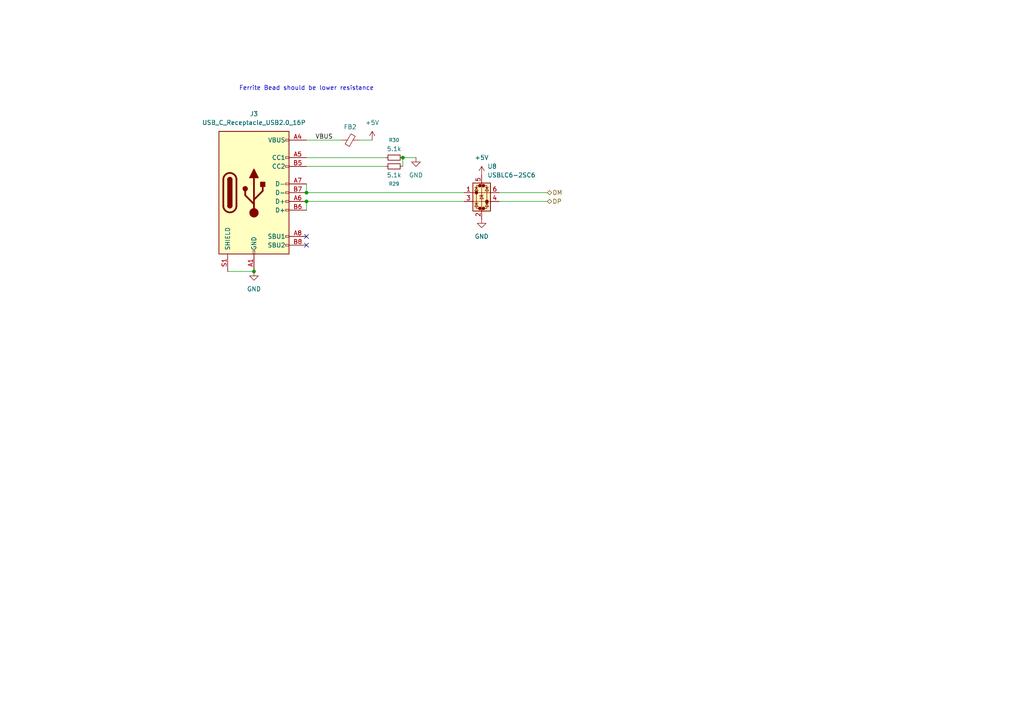
<source format=kicad_sch>
(kicad_sch
	(version 20250114)
	(generator "eeschema")
	(generator_version "9.0")
	(uuid "15f62a7c-a32c-469f-ada0-b40e49d4257c")
	(paper "A4")
	(title_block
		(title "12V-2x6 Current Monitor")
		(date "2025-08-12")
		(rev "1")
		(company "eggsampler")
	)
	(lib_symbols
		(symbol "Connector:USB_C_Receptacle_USB2.0_16P"
			(pin_names
				(offset 1.016)
			)
			(exclude_from_sim no)
			(in_bom yes)
			(on_board yes)
			(property "Reference" "J"
				(at 0 22.225 0)
				(effects
					(font
						(size 1.27 1.27)
					)
				)
			)
			(property "Value" "USB_C_Receptacle_USB2.0_16P"
				(at 0 19.685 0)
				(effects
					(font
						(size 1.27 1.27)
					)
				)
			)
			(property "Footprint" ""
				(at 3.81 0 0)
				(effects
					(font
						(size 1.27 1.27)
					)
					(hide yes)
				)
			)
			(property "Datasheet" "https://www.usb.org/sites/default/files/documents/usb_type-c.zip"
				(at 3.81 0 0)
				(effects
					(font
						(size 1.27 1.27)
					)
					(hide yes)
				)
			)
			(property "Description" "USB 2.0-only 16P Type-C Receptacle connector"
				(at 0 0 0)
				(effects
					(font
						(size 1.27 1.27)
					)
					(hide yes)
				)
			)
			(property "ki_keywords" "usb universal serial bus type-C USB2.0"
				(at 0 0 0)
				(effects
					(font
						(size 1.27 1.27)
					)
					(hide yes)
				)
			)
			(property "ki_fp_filters" "USB*C*Receptacle*"
				(at 0 0 0)
				(effects
					(font
						(size 1.27 1.27)
					)
					(hide yes)
				)
			)
			(symbol "USB_C_Receptacle_USB2.0_16P_0_0"
				(rectangle
					(start -0.254 -17.78)
					(end 0.254 -16.764)
					(stroke
						(width 0)
						(type default)
					)
					(fill
						(type none)
					)
				)
				(rectangle
					(start 10.16 15.494)
					(end 9.144 14.986)
					(stroke
						(width 0)
						(type default)
					)
					(fill
						(type none)
					)
				)
				(rectangle
					(start 10.16 10.414)
					(end 9.144 9.906)
					(stroke
						(width 0)
						(type default)
					)
					(fill
						(type none)
					)
				)
				(rectangle
					(start 10.16 7.874)
					(end 9.144 7.366)
					(stroke
						(width 0)
						(type default)
					)
					(fill
						(type none)
					)
				)
				(rectangle
					(start 10.16 2.794)
					(end 9.144 2.286)
					(stroke
						(width 0)
						(type default)
					)
					(fill
						(type none)
					)
				)
				(rectangle
					(start 10.16 0.254)
					(end 9.144 -0.254)
					(stroke
						(width 0)
						(type default)
					)
					(fill
						(type none)
					)
				)
				(rectangle
					(start 10.16 -2.286)
					(end 9.144 -2.794)
					(stroke
						(width 0)
						(type default)
					)
					(fill
						(type none)
					)
				)
				(rectangle
					(start 10.16 -4.826)
					(end 9.144 -5.334)
					(stroke
						(width 0)
						(type default)
					)
					(fill
						(type none)
					)
				)
				(rectangle
					(start 10.16 -12.446)
					(end 9.144 -12.954)
					(stroke
						(width 0)
						(type default)
					)
					(fill
						(type none)
					)
				)
				(rectangle
					(start 10.16 -14.986)
					(end 9.144 -15.494)
					(stroke
						(width 0)
						(type default)
					)
					(fill
						(type none)
					)
				)
			)
			(symbol "USB_C_Receptacle_USB2.0_16P_0_1"
				(rectangle
					(start -10.16 17.78)
					(end 10.16 -17.78)
					(stroke
						(width 0.254)
						(type default)
					)
					(fill
						(type background)
					)
				)
				(polyline
					(pts
						(xy -8.89 -3.81) (xy -8.89 3.81)
					)
					(stroke
						(width 0.508)
						(type default)
					)
					(fill
						(type none)
					)
				)
				(rectangle
					(start -7.62 -3.81)
					(end -6.35 3.81)
					(stroke
						(width 0.254)
						(type default)
					)
					(fill
						(type outline)
					)
				)
				(arc
					(start -7.62 3.81)
					(mid -6.985 4.4423)
					(end -6.35 3.81)
					(stroke
						(width 0.254)
						(type default)
					)
					(fill
						(type none)
					)
				)
				(arc
					(start -7.62 3.81)
					(mid -6.985 4.4423)
					(end -6.35 3.81)
					(stroke
						(width 0.254)
						(type default)
					)
					(fill
						(type outline)
					)
				)
				(arc
					(start -8.89 3.81)
					(mid -6.985 5.7067)
					(end -5.08 3.81)
					(stroke
						(width 0.508)
						(type default)
					)
					(fill
						(type none)
					)
				)
				(arc
					(start -5.08 -3.81)
					(mid -6.985 -5.7067)
					(end -8.89 -3.81)
					(stroke
						(width 0.508)
						(type default)
					)
					(fill
						(type none)
					)
				)
				(arc
					(start -6.35 -3.81)
					(mid -6.985 -4.4423)
					(end -7.62 -3.81)
					(stroke
						(width 0.254)
						(type default)
					)
					(fill
						(type none)
					)
				)
				(arc
					(start -6.35 -3.81)
					(mid -6.985 -4.4423)
					(end -7.62 -3.81)
					(stroke
						(width 0.254)
						(type default)
					)
					(fill
						(type outline)
					)
				)
				(polyline
					(pts
						(xy -5.08 3.81) (xy -5.08 -3.81)
					)
					(stroke
						(width 0.508)
						(type default)
					)
					(fill
						(type none)
					)
				)
				(circle
					(center -2.54 1.143)
					(radius 0.635)
					(stroke
						(width 0.254)
						(type default)
					)
					(fill
						(type outline)
					)
				)
				(polyline
					(pts
						(xy -1.27 4.318) (xy 0 6.858) (xy 1.27 4.318) (xy -1.27 4.318)
					)
					(stroke
						(width 0.254)
						(type default)
					)
					(fill
						(type outline)
					)
				)
				(polyline
					(pts
						(xy 0 -2.032) (xy 2.54 0.508) (xy 2.54 1.778)
					)
					(stroke
						(width 0.508)
						(type default)
					)
					(fill
						(type none)
					)
				)
				(polyline
					(pts
						(xy 0 -3.302) (xy -2.54 -0.762) (xy -2.54 0.508)
					)
					(stroke
						(width 0.508)
						(type default)
					)
					(fill
						(type none)
					)
				)
				(polyline
					(pts
						(xy 0 -5.842) (xy 0 4.318)
					)
					(stroke
						(width 0.508)
						(type default)
					)
					(fill
						(type none)
					)
				)
				(circle
					(center 0 -5.842)
					(radius 1.27)
					(stroke
						(width 0)
						(type default)
					)
					(fill
						(type outline)
					)
				)
				(rectangle
					(start 1.905 1.778)
					(end 3.175 3.048)
					(stroke
						(width 0.254)
						(type default)
					)
					(fill
						(type outline)
					)
				)
			)
			(symbol "USB_C_Receptacle_USB2.0_16P_1_1"
				(pin passive line
					(at -7.62 -22.86 90)
					(length 5.08)
					(name "SHIELD"
						(effects
							(font
								(size 1.27 1.27)
							)
						)
					)
					(number "S1"
						(effects
							(font
								(size 1.27 1.27)
							)
						)
					)
				)
				(pin passive line
					(at 0 -22.86 90)
					(length 5.08)
					(name "GND"
						(effects
							(font
								(size 1.27 1.27)
							)
						)
					)
					(number "A1"
						(effects
							(font
								(size 1.27 1.27)
							)
						)
					)
				)
				(pin passive line
					(at 0 -22.86 90)
					(length 5.08)
					(hide yes)
					(name "GND"
						(effects
							(font
								(size 1.27 1.27)
							)
						)
					)
					(number "A12"
						(effects
							(font
								(size 1.27 1.27)
							)
						)
					)
				)
				(pin passive line
					(at 0 -22.86 90)
					(length 5.08)
					(hide yes)
					(name "GND"
						(effects
							(font
								(size 1.27 1.27)
							)
						)
					)
					(number "B1"
						(effects
							(font
								(size 1.27 1.27)
							)
						)
					)
				)
				(pin passive line
					(at 0 -22.86 90)
					(length 5.08)
					(hide yes)
					(name "GND"
						(effects
							(font
								(size 1.27 1.27)
							)
						)
					)
					(number "B12"
						(effects
							(font
								(size 1.27 1.27)
							)
						)
					)
				)
				(pin passive line
					(at 15.24 15.24 180)
					(length 5.08)
					(name "VBUS"
						(effects
							(font
								(size 1.27 1.27)
							)
						)
					)
					(number "A4"
						(effects
							(font
								(size 1.27 1.27)
							)
						)
					)
				)
				(pin passive line
					(at 15.24 15.24 180)
					(length 5.08)
					(hide yes)
					(name "VBUS"
						(effects
							(font
								(size 1.27 1.27)
							)
						)
					)
					(number "A9"
						(effects
							(font
								(size 1.27 1.27)
							)
						)
					)
				)
				(pin passive line
					(at 15.24 15.24 180)
					(length 5.08)
					(hide yes)
					(name "VBUS"
						(effects
							(font
								(size 1.27 1.27)
							)
						)
					)
					(number "B4"
						(effects
							(font
								(size 1.27 1.27)
							)
						)
					)
				)
				(pin passive line
					(at 15.24 15.24 180)
					(length 5.08)
					(hide yes)
					(name "VBUS"
						(effects
							(font
								(size 1.27 1.27)
							)
						)
					)
					(number "B9"
						(effects
							(font
								(size 1.27 1.27)
							)
						)
					)
				)
				(pin bidirectional line
					(at 15.24 10.16 180)
					(length 5.08)
					(name "CC1"
						(effects
							(font
								(size 1.27 1.27)
							)
						)
					)
					(number "A5"
						(effects
							(font
								(size 1.27 1.27)
							)
						)
					)
				)
				(pin bidirectional line
					(at 15.24 7.62 180)
					(length 5.08)
					(name "CC2"
						(effects
							(font
								(size 1.27 1.27)
							)
						)
					)
					(number "B5"
						(effects
							(font
								(size 1.27 1.27)
							)
						)
					)
				)
				(pin bidirectional line
					(at 15.24 2.54 180)
					(length 5.08)
					(name "D-"
						(effects
							(font
								(size 1.27 1.27)
							)
						)
					)
					(number "A7"
						(effects
							(font
								(size 1.27 1.27)
							)
						)
					)
				)
				(pin bidirectional line
					(at 15.24 0 180)
					(length 5.08)
					(name "D-"
						(effects
							(font
								(size 1.27 1.27)
							)
						)
					)
					(number "B7"
						(effects
							(font
								(size 1.27 1.27)
							)
						)
					)
				)
				(pin bidirectional line
					(at 15.24 -2.54 180)
					(length 5.08)
					(name "D+"
						(effects
							(font
								(size 1.27 1.27)
							)
						)
					)
					(number "A6"
						(effects
							(font
								(size 1.27 1.27)
							)
						)
					)
				)
				(pin bidirectional line
					(at 15.24 -5.08 180)
					(length 5.08)
					(name "D+"
						(effects
							(font
								(size 1.27 1.27)
							)
						)
					)
					(number "B6"
						(effects
							(font
								(size 1.27 1.27)
							)
						)
					)
				)
				(pin bidirectional line
					(at 15.24 -12.7 180)
					(length 5.08)
					(name "SBU1"
						(effects
							(font
								(size 1.27 1.27)
							)
						)
					)
					(number "A8"
						(effects
							(font
								(size 1.27 1.27)
							)
						)
					)
				)
				(pin bidirectional line
					(at 15.24 -15.24 180)
					(length 5.08)
					(name "SBU2"
						(effects
							(font
								(size 1.27 1.27)
							)
						)
					)
					(number "B8"
						(effects
							(font
								(size 1.27 1.27)
							)
						)
					)
				)
			)
			(embedded_fonts no)
		)
		(symbol "Device:FerriteBead_Small"
			(pin_numbers
				(hide yes)
			)
			(pin_names
				(offset 0)
			)
			(exclude_from_sim no)
			(in_bom yes)
			(on_board yes)
			(property "Reference" "FB"
				(at 1.905 1.27 0)
				(effects
					(font
						(size 1.27 1.27)
					)
					(justify left)
				)
			)
			(property "Value" "FerriteBead_Small"
				(at 1.905 -1.27 0)
				(effects
					(font
						(size 1.27 1.27)
					)
					(justify left)
				)
			)
			(property "Footprint" ""
				(at -1.778 0 90)
				(effects
					(font
						(size 1.27 1.27)
					)
					(hide yes)
				)
			)
			(property "Datasheet" "~"
				(at 0 0 0)
				(effects
					(font
						(size 1.27 1.27)
					)
					(hide yes)
				)
			)
			(property "Description" "Ferrite bead, small symbol"
				(at 0 0 0)
				(effects
					(font
						(size 1.27 1.27)
					)
					(hide yes)
				)
			)
			(property "ki_keywords" "L ferrite bead inductor filter"
				(at 0 0 0)
				(effects
					(font
						(size 1.27 1.27)
					)
					(hide yes)
				)
			)
			(property "ki_fp_filters" "Inductor_* L_* *Ferrite*"
				(at 0 0 0)
				(effects
					(font
						(size 1.27 1.27)
					)
					(hide yes)
				)
			)
			(symbol "FerriteBead_Small_0_1"
				(polyline
					(pts
						(xy -1.8288 0.2794) (xy -1.1176 1.4986) (xy 1.8288 -0.2032) (xy 1.1176 -1.4224) (xy -1.8288 0.2794)
					)
					(stroke
						(width 0)
						(type default)
					)
					(fill
						(type none)
					)
				)
				(polyline
					(pts
						(xy 0 0.889) (xy 0 1.2954)
					)
					(stroke
						(width 0)
						(type default)
					)
					(fill
						(type none)
					)
				)
				(polyline
					(pts
						(xy 0 -1.27) (xy 0 -0.7874)
					)
					(stroke
						(width 0)
						(type default)
					)
					(fill
						(type none)
					)
				)
			)
			(symbol "FerriteBead_Small_1_1"
				(pin passive line
					(at 0 2.54 270)
					(length 1.27)
					(name "~"
						(effects
							(font
								(size 1.27 1.27)
							)
						)
					)
					(number "1"
						(effects
							(font
								(size 1.27 1.27)
							)
						)
					)
				)
				(pin passive line
					(at 0 -2.54 90)
					(length 1.27)
					(name "~"
						(effects
							(font
								(size 1.27 1.27)
							)
						)
					)
					(number "2"
						(effects
							(font
								(size 1.27 1.27)
							)
						)
					)
				)
			)
			(embedded_fonts no)
		)
		(symbol "Device:R_Small"
			(pin_numbers
				(hide yes)
			)
			(pin_names
				(offset 0.254)
				(hide yes)
			)
			(exclude_from_sim no)
			(in_bom yes)
			(on_board yes)
			(property "Reference" "R"
				(at 0 0 90)
				(effects
					(font
						(size 1.016 1.016)
					)
				)
			)
			(property "Value" "R_Small"
				(at 1.778 0 90)
				(effects
					(font
						(size 1.27 1.27)
					)
				)
			)
			(property "Footprint" ""
				(at 0 0 0)
				(effects
					(font
						(size 1.27 1.27)
					)
					(hide yes)
				)
			)
			(property "Datasheet" "~"
				(at 0 0 0)
				(effects
					(font
						(size 1.27 1.27)
					)
					(hide yes)
				)
			)
			(property "Description" "Resistor, small symbol"
				(at 0 0 0)
				(effects
					(font
						(size 1.27 1.27)
					)
					(hide yes)
				)
			)
			(property "ki_keywords" "R resistor"
				(at 0 0 0)
				(effects
					(font
						(size 1.27 1.27)
					)
					(hide yes)
				)
			)
			(property "ki_fp_filters" "R_*"
				(at 0 0 0)
				(effects
					(font
						(size 1.27 1.27)
					)
					(hide yes)
				)
			)
			(symbol "R_Small_0_1"
				(rectangle
					(start -0.762 1.778)
					(end 0.762 -1.778)
					(stroke
						(width 0.2032)
						(type default)
					)
					(fill
						(type none)
					)
				)
			)
			(symbol "R_Small_1_1"
				(pin passive line
					(at 0 2.54 270)
					(length 0.762)
					(name "~"
						(effects
							(font
								(size 1.27 1.27)
							)
						)
					)
					(number "1"
						(effects
							(font
								(size 1.27 1.27)
							)
						)
					)
				)
				(pin passive line
					(at 0 -2.54 90)
					(length 0.762)
					(name "~"
						(effects
							(font
								(size 1.27 1.27)
							)
						)
					)
					(number "2"
						(effects
							(font
								(size 1.27 1.27)
							)
						)
					)
				)
			)
			(embedded_fonts no)
		)
		(symbol "Power_Protection:USBLC6-2SC6"
			(pin_names
				(hide yes)
			)
			(exclude_from_sim no)
			(in_bom yes)
			(on_board yes)
			(property "Reference" "U"
				(at 0.635 5.715 0)
				(effects
					(font
						(size 1.27 1.27)
					)
					(justify left)
				)
			)
			(property "Value" "USBLC6-2SC6"
				(at 0.635 3.81 0)
				(effects
					(font
						(size 1.27 1.27)
					)
					(justify left)
				)
			)
			(property "Footprint" "Package_TO_SOT_SMD:SOT-23-6"
				(at 1.27 -6.35 0)
				(effects
					(font
						(size 1.27 1.27)
						(italic yes)
					)
					(justify left)
					(hide yes)
				)
			)
			(property "Datasheet" "https://www.st.com/resource/en/datasheet/usblc6-2.pdf"
				(at 1.27 -8.255 0)
				(effects
					(font
						(size 1.27 1.27)
					)
					(justify left)
					(hide yes)
				)
			)
			(property "Description" "Very low capacitance ESD protection diode, 2 data-line, SOT-23-6"
				(at 0 0 0)
				(effects
					(font
						(size 1.27 1.27)
					)
					(hide yes)
				)
			)
			(property "ki_keywords" "usb ethernet video"
				(at 0 0 0)
				(effects
					(font
						(size 1.27 1.27)
					)
					(hide yes)
				)
			)
			(property "ki_fp_filters" "SOT?23*"
				(at 0 0 0)
				(effects
					(font
						(size 1.27 1.27)
					)
					(hide yes)
				)
			)
			(symbol "USBLC6-2SC6_0_0"
				(circle
					(center -1.524 0)
					(radius 0.0001)
					(stroke
						(width 0.508)
						(type default)
					)
					(fill
						(type none)
					)
				)
				(circle
					(center -0.508 2.032)
					(radius 0.0001)
					(stroke
						(width 0.508)
						(type default)
					)
					(fill
						(type none)
					)
				)
				(circle
					(center -0.508 -4.572)
					(radius 0.0001)
					(stroke
						(width 0.508)
						(type default)
					)
					(fill
						(type none)
					)
				)
				(circle
					(center 0.508 2.032)
					(radius 0.0001)
					(stroke
						(width 0.508)
						(type default)
					)
					(fill
						(type none)
					)
				)
				(circle
					(center 0.508 -4.572)
					(radius 0.0001)
					(stroke
						(width 0.508)
						(type default)
					)
					(fill
						(type none)
					)
				)
				(circle
					(center 1.524 -2.54)
					(radius 0.0001)
					(stroke
						(width 0.508)
						(type default)
					)
					(fill
						(type none)
					)
				)
			)
			(symbol "USBLC6-2SC6_0_1"
				(polyline
					(pts
						(xy -2.54 0) (xy 2.54 0)
					)
					(stroke
						(width 0)
						(type default)
					)
					(fill
						(type none)
					)
				)
				(polyline
					(pts
						(xy -2.54 -2.54) (xy 2.54 -2.54)
					)
					(stroke
						(width 0)
						(type default)
					)
					(fill
						(type none)
					)
				)
				(polyline
					(pts
						(xy -2.032 0.508) (xy -1.016 0.508) (xy -1.524 1.524) (xy -2.032 0.508)
					)
					(stroke
						(width 0)
						(type default)
					)
					(fill
						(type none)
					)
				)
				(polyline
					(pts
						(xy -2.032 -3.048) (xy -1.016 -3.048)
					)
					(stroke
						(width 0)
						(type default)
					)
					(fill
						(type none)
					)
				)
				(polyline
					(pts
						(xy -1.016 1.524) (xy -2.032 1.524)
					)
					(stroke
						(width 0)
						(type default)
					)
					(fill
						(type none)
					)
				)
				(polyline
					(pts
						(xy -1.016 -4.064) (xy -2.032 -4.064) (xy -1.524 -3.048) (xy -1.016 -4.064)
					)
					(stroke
						(width 0)
						(type default)
					)
					(fill
						(type none)
					)
				)
				(polyline
					(pts
						(xy -0.508 -1.143) (xy -0.508 -0.762) (xy 0.508 -0.762)
					)
					(stroke
						(width 0)
						(type default)
					)
					(fill
						(type none)
					)
				)
				(polyline
					(pts
						(xy 0 2.54) (xy -0.508 2.032) (xy 0.508 2.032) (xy 0 1.524) (xy 0 -4.064) (xy -0.508 -4.572) (xy 0.508 -4.572)
						(xy 0 -5.08)
					)
					(stroke
						(width 0)
						(type default)
					)
					(fill
						(type none)
					)
				)
				(polyline
					(pts
						(xy 0.508 -1.778) (xy -0.508 -1.778) (xy 0 -0.762) (xy 0.508 -1.778)
					)
					(stroke
						(width 0)
						(type default)
					)
					(fill
						(type none)
					)
				)
				(polyline
					(pts
						(xy 1.016 1.524) (xy 2.032 1.524)
					)
					(stroke
						(width 0)
						(type default)
					)
					(fill
						(type none)
					)
				)
				(polyline
					(pts
						(xy 1.016 -3.048) (xy 2.032 -3.048)
					)
					(stroke
						(width 0)
						(type default)
					)
					(fill
						(type none)
					)
				)
				(polyline
					(pts
						(xy 2.032 0.508) (xy 1.016 0.508) (xy 1.524 1.524) (xy 2.032 0.508)
					)
					(stroke
						(width 0)
						(type default)
					)
					(fill
						(type none)
					)
				)
				(polyline
					(pts
						(xy 2.032 -4.064) (xy 1.016 -4.064) (xy 1.524 -3.048) (xy 2.032 -4.064)
					)
					(stroke
						(width 0)
						(type default)
					)
					(fill
						(type none)
					)
				)
			)
			(symbol "USBLC6-2SC6_1_1"
				(rectangle
					(start -2.54 2.794)
					(end 2.54 -5.334)
					(stroke
						(width 0.254)
						(type default)
					)
					(fill
						(type background)
					)
				)
				(polyline
					(pts
						(xy -0.508 2.032) (xy -1.524 2.032) (xy -1.524 -4.572) (xy -0.508 -4.572)
					)
					(stroke
						(width 0)
						(type default)
					)
					(fill
						(type none)
					)
				)
				(polyline
					(pts
						(xy 0.508 -4.572) (xy 1.524 -4.572) (xy 1.524 2.032) (xy 0.508 2.032)
					)
					(stroke
						(width 0)
						(type default)
					)
					(fill
						(type none)
					)
				)
				(pin passive line
					(at -5.08 0 0)
					(length 2.54)
					(name "I/O1"
						(effects
							(font
								(size 1.27 1.27)
							)
						)
					)
					(number "1"
						(effects
							(font
								(size 1.27 1.27)
							)
						)
					)
				)
				(pin passive line
					(at -5.08 -2.54 0)
					(length 2.54)
					(name "I/O2"
						(effects
							(font
								(size 1.27 1.27)
							)
						)
					)
					(number "3"
						(effects
							(font
								(size 1.27 1.27)
							)
						)
					)
				)
				(pin passive line
					(at 0 5.08 270)
					(length 2.54)
					(name "VBUS"
						(effects
							(font
								(size 1.27 1.27)
							)
						)
					)
					(number "5"
						(effects
							(font
								(size 1.27 1.27)
							)
						)
					)
				)
				(pin passive line
					(at 0 -7.62 90)
					(length 2.54)
					(name "GND"
						(effects
							(font
								(size 1.27 1.27)
							)
						)
					)
					(number "2"
						(effects
							(font
								(size 1.27 1.27)
							)
						)
					)
				)
				(pin passive line
					(at 5.08 0 180)
					(length 2.54)
					(name "I/O1"
						(effects
							(font
								(size 1.27 1.27)
							)
						)
					)
					(number "6"
						(effects
							(font
								(size 1.27 1.27)
							)
						)
					)
				)
				(pin passive line
					(at 5.08 -2.54 180)
					(length 2.54)
					(name "I/O2"
						(effects
							(font
								(size 1.27 1.27)
							)
						)
					)
					(number "4"
						(effects
							(font
								(size 1.27 1.27)
							)
						)
					)
				)
			)
			(embedded_fonts no)
		)
		(symbol "power:+5V"
			(power)
			(pin_numbers
				(hide yes)
			)
			(pin_names
				(offset 0)
				(hide yes)
			)
			(exclude_from_sim no)
			(in_bom yes)
			(on_board yes)
			(property "Reference" "#PWR"
				(at 0 -3.81 0)
				(effects
					(font
						(size 1.27 1.27)
					)
					(hide yes)
				)
			)
			(property "Value" "+5V"
				(at 0 3.556 0)
				(effects
					(font
						(size 1.27 1.27)
					)
				)
			)
			(property "Footprint" ""
				(at 0 0 0)
				(effects
					(font
						(size 1.27 1.27)
					)
					(hide yes)
				)
			)
			(property "Datasheet" ""
				(at 0 0 0)
				(effects
					(font
						(size 1.27 1.27)
					)
					(hide yes)
				)
			)
			(property "Description" "Power symbol creates a global label with name \"+5V\""
				(at 0 0 0)
				(effects
					(font
						(size 1.27 1.27)
					)
					(hide yes)
				)
			)
			(property "ki_keywords" "global power"
				(at 0 0 0)
				(effects
					(font
						(size 1.27 1.27)
					)
					(hide yes)
				)
			)
			(symbol "+5V_0_1"
				(polyline
					(pts
						(xy -0.762 1.27) (xy 0 2.54)
					)
					(stroke
						(width 0)
						(type default)
					)
					(fill
						(type none)
					)
				)
				(polyline
					(pts
						(xy 0 2.54) (xy 0.762 1.27)
					)
					(stroke
						(width 0)
						(type default)
					)
					(fill
						(type none)
					)
				)
				(polyline
					(pts
						(xy 0 0) (xy 0 2.54)
					)
					(stroke
						(width 0)
						(type default)
					)
					(fill
						(type none)
					)
				)
			)
			(symbol "+5V_1_1"
				(pin power_in line
					(at 0 0 90)
					(length 0)
					(name "~"
						(effects
							(font
								(size 1.27 1.27)
							)
						)
					)
					(number "1"
						(effects
							(font
								(size 1.27 1.27)
							)
						)
					)
				)
			)
			(embedded_fonts no)
		)
		(symbol "power:GND"
			(power)
			(pin_numbers
				(hide yes)
			)
			(pin_names
				(offset 0)
				(hide yes)
			)
			(exclude_from_sim no)
			(in_bom yes)
			(on_board yes)
			(property "Reference" "#PWR"
				(at 0 -6.35 0)
				(effects
					(font
						(size 1.27 1.27)
					)
					(hide yes)
				)
			)
			(property "Value" "GND"
				(at 0 -3.81 0)
				(effects
					(font
						(size 1.27 1.27)
					)
				)
			)
			(property "Footprint" ""
				(at 0 0 0)
				(effects
					(font
						(size 1.27 1.27)
					)
					(hide yes)
				)
			)
			(property "Datasheet" ""
				(at 0 0 0)
				(effects
					(font
						(size 1.27 1.27)
					)
					(hide yes)
				)
			)
			(property "Description" "Power symbol creates a global label with name \"GND\" , ground"
				(at 0 0 0)
				(effects
					(font
						(size 1.27 1.27)
					)
					(hide yes)
				)
			)
			(property "ki_keywords" "global power"
				(at 0 0 0)
				(effects
					(font
						(size 1.27 1.27)
					)
					(hide yes)
				)
			)
			(symbol "GND_0_1"
				(polyline
					(pts
						(xy 0 0) (xy 0 -1.27) (xy 1.27 -1.27) (xy 0 -2.54) (xy -1.27 -1.27) (xy 0 -1.27)
					)
					(stroke
						(width 0)
						(type default)
					)
					(fill
						(type none)
					)
				)
			)
			(symbol "GND_1_1"
				(pin power_in line
					(at 0 0 270)
					(length 0)
					(name "~"
						(effects
							(font
								(size 1.27 1.27)
							)
						)
					)
					(number "1"
						(effects
							(font
								(size 1.27 1.27)
							)
						)
					)
				)
			)
			(embedded_fonts no)
		)
	)
	(text "Ferrite Bead should be lower resistance"
		(exclude_from_sim no)
		(at 88.9 25.654 0)
		(effects
			(font
				(size 1.27 1.27)
			)
		)
		(uuid "0b08eea2-6331-4dff-9a45-7077d8d321ee")
	)
	(junction
		(at 73.66 78.74)
		(diameter 0)
		(color 0 0 0 0)
		(uuid "49f635eb-b690-4c65-b89a-b8d0d7d0b39e")
	)
	(junction
		(at 88.9 58.42)
		(diameter 0)
		(color 0 0 0 0)
		(uuid "68b63371-b4f6-4f9e-b1ea-7feee3ca93a7")
	)
	(junction
		(at 88.9 55.88)
		(diameter 0)
		(color 0 0 0 0)
		(uuid "dea40b69-9f95-4bbf-8e92-b3fd93751551")
	)
	(junction
		(at 116.84 45.72)
		(diameter 0)
		(color 0 0 0 0)
		(uuid "f26a453d-e38f-4ef2-9400-003cee97c9bd")
	)
	(no_connect
		(at 88.9 71.12)
		(uuid "57877be6-6fe3-4301-a025-b030bd90ee2c")
	)
	(no_connect
		(at 88.9 68.58)
		(uuid "a3cb0522-fad3-44ff-821b-289e22998b6d")
	)
	(wire
		(pts
			(xy 104.14 40.64) (xy 107.95 40.64)
		)
		(stroke
			(width 0)
			(type default)
		)
		(uuid "15a5807b-59fe-4a51-9f73-f5bb2f70cafd")
	)
	(wire
		(pts
			(xy 116.84 45.72) (xy 120.65 45.72)
		)
		(stroke
			(width 0)
			(type default)
		)
		(uuid "20d529ac-d9c0-4b2c-8f8f-956a16c1eaa6")
	)
	(wire
		(pts
			(xy 88.9 40.64) (xy 99.06 40.64)
		)
		(stroke
			(width 0)
			(type default)
		)
		(uuid "3968f587-dcba-48ac-911d-48e8381439c3")
	)
	(wire
		(pts
			(xy 66.04 78.74) (xy 73.66 78.74)
		)
		(stroke
			(width 0)
			(type default)
		)
		(uuid "57a853b6-ef54-45a5-972f-f7ec2796a05c")
	)
	(wire
		(pts
			(xy 88.9 58.42) (xy 134.62 58.42)
		)
		(stroke
			(width 0)
			(type default)
		)
		(uuid "5b834088-36c0-4011-af38-56333dc9674f")
	)
	(wire
		(pts
			(xy 88.9 58.42) (xy 88.9 60.96)
		)
		(stroke
			(width 0)
			(type default)
		)
		(uuid "604abcb3-77e5-4241-83cf-9c6f0aee64a2")
	)
	(wire
		(pts
			(xy 88.9 48.26) (xy 111.76 48.26)
		)
		(stroke
			(width 0)
			(type default)
		)
		(uuid "69147909-daba-4b43-a4e2-13e4dfe33a80")
	)
	(wire
		(pts
			(xy 88.9 55.88) (xy 134.62 55.88)
		)
		(stroke
			(width 0)
			(type default)
		)
		(uuid "841b86e3-190c-4303-ac1b-a44b135761b8")
	)
	(wire
		(pts
			(xy 158.75 58.42) (xy 144.78 58.42)
		)
		(stroke
			(width 0)
			(type default)
		)
		(uuid "ac6db4a6-e5e7-4b54-883f-7ac3df64e232")
	)
	(wire
		(pts
			(xy 158.75 55.88) (xy 144.78 55.88)
		)
		(stroke
			(width 0)
			(type default)
		)
		(uuid "bad8d61a-0996-427a-8d43-be151b43f43c")
	)
	(wire
		(pts
			(xy 88.9 53.34) (xy 88.9 55.88)
		)
		(stroke
			(width 0)
			(type default)
		)
		(uuid "dd489a33-1aae-4b9e-b9d1-939617ce357c")
	)
	(wire
		(pts
			(xy 116.84 45.72) (xy 116.84 48.26)
		)
		(stroke
			(width 0)
			(type default)
		)
		(uuid "ee0824c1-1d2a-4155-9e30-f55c232bd394")
	)
	(wire
		(pts
			(xy 88.9 45.72) (xy 111.76 45.72)
		)
		(stroke
			(width 0)
			(type default)
		)
		(uuid "f4233887-4e28-4368-bfcd-6da364d05e69")
	)
	(label "VBUS"
		(at 91.44 40.64 0)
		(effects
			(font
				(size 1.27 1.27)
			)
			(justify left bottom)
		)
		(uuid "cd788dbe-8398-4d88-99ed-00627068d280")
	)
	(hierarchical_label "DM"
		(shape bidirectional)
		(at 158.75 55.88 0)
		(effects
			(font
				(size 1.27 1.27)
			)
			(justify left)
		)
		(uuid "2881a6f1-87b0-497d-a21d-31bfb48b8df9")
	)
	(hierarchical_label "DP"
		(shape bidirectional)
		(at 158.75 58.42 0)
		(effects
			(font
				(size 1.27 1.27)
			)
			(justify left)
		)
		(uuid "9426da5d-cd9c-42ec-9773-4a6fead888e7")
	)
	(symbol
		(lib_id "power:GND")
		(at 139.7 63.5 0)
		(unit 1)
		(exclude_from_sim no)
		(in_bom yes)
		(on_board yes)
		(dnp no)
		(fields_autoplaced yes)
		(uuid "0e64f73a-2c5f-48fc-b7bb-5b239c2e2821")
		(property "Reference" "#PWR051"
			(at 139.7 69.85 0)
			(effects
				(font
					(size 1.27 1.27)
				)
				(hide yes)
			)
		)
		(property "Value" "GND"
			(at 139.7 68.58 0)
			(effects
				(font
					(size 1.27 1.27)
				)
			)
		)
		(property "Footprint" ""
			(at 139.7 63.5 0)
			(effects
				(font
					(size 1.27 1.27)
				)
				(hide yes)
			)
		)
		(property "Datasheet" ""
			(at 139.7 63.5 0)
			(effects
				(font
					(size 1.27 1.27)
				)
				(hide yes)
			)
		)
		(property "Description" "Power symbol creates a global label with name \"GND\" , ground"
			(at 139.7 63.5 0)
			(effects
				(font
					(size 1.27 1.27)
				)
				(hide yes)
			)
		)
		(pin "1"
			(uuid "df51e4e2-f547-46dc-9ecf-3e6bd4db9c61")
		)
		(instances
			(project "12v-2x6"
				(path "/8b0d253f-310b-49c8-a50d-a58538d7eb55/10f18ac9-43f7-4369-8fb6-4c8637788f48"
					(reference "#PWR051")
					(unit 1)
				)
			)
		)
	)
	(symbol
		(lib_id "Connector:USB_C_Receptacle_USB2.0_16P")
		(at 73.66 55.88 0)
		(unit 1)
		(exclude_from_sim no)
		(in_bom yes)
		(on_board yes)
		(dnp no)
		(fields_autoplaced yes)
		(uuid "3e574196-76c2-488a-a025-f991c6c71a00")
		(property "Reference" "J3"
			(at 73.66 33.02 0)
			(effects
				(font
					(size 1.27 1.27)
				)
			)
		)
		(property "Value" "USB_C_Receptacle_USB2.0_16P"
			(at 73.66 35.56 0)
			(effects
				(font
					(size 1.27 1.27)
				)
			)
		)
		(property "Footprint" "Connector_USB:USB_C_Receptacle_HRO_TYPE-C-31-M-12"
			(at 77.47 55.88 0)
			(effects
				(font
					(size 1.27 1.27)
				)
				(hide yes)
			)
		)
		(property "Datasheet" "https://www.usb.org/sites/default/files/documents/usb_type-c.zip"
			(at 77.47 55.88 0)
			(effects
				(font
					(size 1.27 1.27)
				)
				(hide yes)
			)
		)
		(property "Description" "USB 2.0-only 16P Type-C Receptacle connector"
			(at 73.66 55.88 0)
			(effects
				(font
					(size 1.27 1.27)
				)
				(hide yes)
			)
		)
		(pin "B7"
			(uuid "9d94bd19-d217-4333-bc86-f8a8ce2f1397")
		)
		(pin "A1"
			(uuid "1e571f91-a33c-4c60-8767-46cc75a27286")
		)
		(pin "A5"
			(uuid "a245f6f5-2be1-4edd-a1ab-45368a2e3f99")
		)
		(pin "A8"
			(uuid "b906fe1d-8442-46e5-830e-addb91f7d6a6")
		)
		(pin "A9"
			(uuid "9bbf5ced-6df0-4738-9139-9ffa2b85815a")
		)
		(pin "A4"
			(uuid "e668fffd-7361-4462-9324-a437ec708fa3")
		)
		(pin "S1"
			(uuid "e2789cea-8d6b-4883-aebd-a930a66dd50a")
		)
		(pin "B12"
			(uuid "28238aa9-0d53-406d-9ad0-c9444b557d2a")
		)
		(pin "B9"
			(uuid "c4181900-9d74-45d3-a167-9e33496a7c4a")
		)
		(pin "B1"
			(uuid "86586349-f31c-4851-ad4d-4ca97da3842a")
		)
		(pin "A7"
			(uuid "77be3905-1cdf-4924-9af3-c015dccad015")
		)
		(pin "B6"
			(uuid "0a368c79-6c79-44b4-bc35-dd42a4b1cc0b")
		)
		(pin "A12"
			(uuid "1a299344-b831-4d8b-bac9-6ab5036a0662")
		)
		(pin "B4"
			(uuid "fe32b93b-dec7-4930-ab4a-8b081f634c0e")
		)
		(pin "A6"
			(uuid "0c58823d-bff0-4eff-824c-5e52e2fb6359")
		)
		(pin "B5"
			(uuid "0f6cf58f-c514-4918-877c-ca0442afb384")
		)
		(pin "B8"
			(uuid "cab4b02f-8f34-46f1-9378-dbbc8b2f9e90")
		)
		(instances
			(project "12v-2x6"
				(path "/8b0d253f-310b-49c8-a50d-a58538d7eb55/10f18ac9-43f7-4369-8fb6-4c8637788f48"
					(reference "J3")
					(unit 1)
				)
			)
		)
	)
	(symbol
		(lib_id "power:GND")
		(at 120.65 45.72 0)
		(unit 1)
		(exclude_from_sim no)
		(in_bom yes)
		(on_board yes)
		(dnp no)
		(fields_autoplaced yes)
		(uuid "3fc9d87a-da42-4db0-bd81-07a1a2d0a87a")
		(property "Reference" "#PWR049"
			(at 120.65 52.07 0)
			(effects
				(font
					(size 1.27 1.27)
				)
				(hide yes)
			)
		)
		(property "Value" "GND"
			(at 120.65 50.8 0)
			(effects
				(font
					(size 1.27 1.27)
				)
			)
		)
		(property "Footprint" ""
			(at 120.65 45.72 0)
			(effects
				(font
					(size 1.27 1.27)
				)
				(hide yes)
			)
		)
		(property "Datasheet" ""
			(at 120.65 45.72 0)
			(effects
				(font
					(size 1.27 1.27)
				)
				(hide yes)
			)
		)
		(property "Description" "Power symbol creates a global label with name \"GND\" , ground"
			(at 120.65 45.72 0)
			(effects
				(font
					(size 1.27 1.27)
				)
				(hide yes)
			)
		)
		(pin "1"
			(uuid "7b1196b0-d3eb-4180-bec5-eef496dd343c")
		)
		(instances
			(project "12v-2x6"
				(path "/8b0d253f-310b-49c8-a50d-a58538d7eb55/10f18ac9-43f7-4369-8fb6-4c8637788f48"
					(reference "#PWR049")
					(unit 1)
				)
			)
		)
	)
	(symbol
		(lib_id "Device:R_Small")
		(at 114.3 45.72 270)
		(mirror x)
		(unit 1)
		(exclude_from_sim no)
		(in_bom yes)
		(on_board yes)
		(dnp no)
		(uuid "5bbf0335-53aa-40bb-bb64-d69d5d72d5bb")
		(property "Reference" "R30"
			(at 114.3 40.64 90)
			(effects
				(font
					(size 1.016 1.016)
				)
			)
		)
		(property "Value" "5.1k"
			(at 114.3 43.18 90)
			(effects
				(font
					(size 1.27 1.27)
				)
			)
		)
		(property "Footprint" "Resistor_SMD:R_0402_1005Metric"
			(at 114.3 45.72 0)
			(effects
				(font
					(size 1.27 1.27)
				)
				(hide yes)
			)
		)
		(property "Datasheet" "~"
			(at 114.3 45.72 0)
			(effects
				(font
					(size 1.27 1.27)
				)
				(hide yes)
			)
		)
		(property "Description" "Resistor, small symbol"
			(at 114.3 45.72 0)
			(effects
				(font
					(size 1.27 1.27)
				)
				(hide yes)
			)
		)
		(pin "1"
			(uuid "5df452a2-5d0f-4e1c-bfe4-b4364bddf220")
		)
		(pin "2"
			(uuid "b693a674-3038-45d9-9e3c-941fc78c1d57")
		)
		(instances
			(project "12v-2x6"
				(path "/8b0d253f-310b-49c8-a50d-a58538d7eb55/10f18ac9-43f7-4369-8fb6-4c8637788f48"
					(reference "R30")
					(unit 1)
				)
			)
		)
	)
	(symbol
		(lib_id "power:+5V")
		(at 139.7 50.8 0)
		(unit 1)
		(exclude_from_sim no)
		(in_bom yes)
		(on_board yes)
		(dnp no)
		(fields_autoplaced yes)
		(uuid "5de483d5-f319-4bd2-a3ee-a4d898ad1a81")
		(property "Reference" "#PWR029"
			(at 139.7 54.61 0)
			(effects
				(font
					(size 1.27 1.27)
				)
				(hide yes)
			)
		)
		(property "Value" "+5V"
			(at 139.7 45.72 0)
			(effects
				(font
					(size 1.27 1.27)
				)
			)
		)
		(property "Footprint" ""
			(at 139.7 50.8 0)
			(effects
				(font
					(size 1.27 1.27)
				)
				(hide yes)
			)
		)
		(property "Datasheet" ""
			(at 139.7 50.8 0)
			(effects
				(font
					(size 1.27 1.27)
				)
				(hide yes)
			)
		)
		(property "Description" "Power symbol creates a global label with name \"+5V\""
			(at 139.7 50.8 0)
			(effects
				(font
					(size 1.27 1.27)
				)
				(hide yes)
			)
		)
		(pin "1"
			(uuid "65a11028-8537-4f8e-bd55-10ca560eb099")
		)
		(instances
			(project "12v-2x6"
				(path "/8b0d253f-310b-49c8-a50d-a58538d7eb55/10f18ac9-43f7-4369-8fb6-4c8637788f48"
					(reference "#PWR029")
					(unit 1)
				)
			)
		)
	)
	(symbol
		(lib_id "Power_Protection:USBLC6-2SC6")
		(at 139.7 55.88 0)
		(unit 1)
		(exclude_from_sim no)
		(in_bom yes)
		(on_board yes)
		(dnp no)
		(fields_autoplaced yes)
		(uuid "71e4511f-032e-4538-8b1c-3dcd36b94b7a")
		(property "Reference" "U8"
			(at 141.3511 48.26 0)
			(effects
				(font
					(size 1.27 1.27)
				)
				(justify left)
			)
		)
		(property "Value" "USBLC6-2SC6"
			(at 141.3511 50.8 0)
			(effects
				(font
					(size 1.27 1.27)
				)
				(justify left)
			)
		)
		(property "Footprint" "Package_TO_SOT_SMD:SOT-23-6"
			(at 140.97 62.23 0)
			(effects
				(font
					(size 1.27 1.27)
					(italic yes)
				)
				(justify left)
				(hide yes)
			)
		)
		(property "Datasheet" "https://www.st.com/resource/en/datasheet/usblc6-2.pdf"
			(at 140.97 64.135 0)
			(effects
				(font
					(size 1.27 1.27)
				)
				(justify left)
				(hide yes)
			)
		)
		(property "Description" "Very low capacitance ESD protection diode, 2 data-line, SOT-23-6"
			(at 139.7 55.88 0)
			(effects
				(font
					(size 1.27 1.27)
				)
				(hide yes)
			)
		)
		(pin "6"
			(uuid "e69c75c7-4e64-43a1-9bc8-c12bbe4a998b")
		)
		(pin "4"
			(uuid "381412d5-1133-4344-9371-7b86e035d457")
		)
		(pin "5"
			(uuid "fb4620e5-348a-4ba1-ab08-6444ba03465d")
		)
		(pin "3"
			(uuid "45771abf-5aaa-441d-b6b8-b8472d357feb")
		)
		(pin "1"
			(uuid "6bd25ada-a957-48a3-a26f-621c9a5b3a44")
		)
		(pin "2"
			(uuid "647d2de2-d3aa-4a4d-a3ea-863c56b51208")
		)
		(instances
			(project "12v-2x6"
				(path "/8b0d253f-310b-49c8-a50d-a58538d7eb55/10f18ac9-43f7-4369-8fb6-4c8637788f48"
					(reference "U8")
					(unit 1)
				)
			)
		)
	)
	(symbol
		(lib_id "Device:FerriteBead_Small")
		(at 101.6 40.64 90)
		(unit 1)
		(exclude_from_sim no)
		(in_bom yes)
		(on_board yes)
		(dnp no)
		(fields_autoplaced yes)
		(uuid "732b263e-80b9-4541-8f04-ed174bc6247b")
		(property "Reference" "FB2"
			(at 101.5619 36.83 90)
			(effects
				(font
					(size 1.27 1.27)
				)
			)
		)
		(property "Value" "FerriteBead_Small"
			(at 101.5619 36.83 90)
			(effects
				(font
					(size 1.27 1.27)
				)
				(hide yes)
			)
		)
		(property "Footprint" "Inductor_SMD:L_0603_1608Metric"
			(at 101.6 42.418 90)
			(effects
				(font
					(size 1.27 1.27)
				)
				(hide yes)
			)
		)
		(property "Datasheet" "~"
			(at 101.6 40.64 0)
			(effects
				(font
					(size 1.27 1.27)
				)
				(hide yes)
			)
		)
		(property "Description" "Ferrite bead, small symbol"
			(at 101.6 40.64 0)
			(effects
				(font
					(size 1.27 1.27)
				)
				(hide yes)
			)
		)
		(pin "2"
			(uuid "a1f5bc26-c9af-48ee-957e-0aac852d3abf")
		)
		(pin "1"
			(uuid "4af949b4-82b2-4d53-ae4b-eb7a85131d65")
		)
		(instances
			(project "12v-2x6"
				(path "/8b0d253f-310b-49c8-a50d-a58538d7eb55/10f18ac9-43f7-4369-8fb6-4c8637788f48"
					(reference "FB2")
					(unit 1)
				)
			)
		)
	)
	(symbol
		(lib_id "Device:R_Small")
		(at 114.3 48.26 90)
		(mirror x)
		(unit 1)
		(exclude_from_sim no)
		(in_bom yes)
		(on_board yes)
		(dnp no)
		(uuid "87756168-f8ac-4ad2-bab9-df7a07f88a5c")
		(property "Reference" "R29"
			(at 114.3 53.34 90)
			(effects
				(font
					(size 1.016 1.016)
				)
			)
		)
		(property "Value" "5.1k"
			(at 114.3 50.8 90)
			(effects
				(font
					(size 1.27 1.27)
				)
			)
		)
		(property "Footprint" "Resistor_SMD:R_0402_1005Metric"
			(at 114.3 48.26 0)
			(effects
				(font
					(size 1.27 1.27)
				)
				(hide yes)
			)
		)
		(property "Datasheet" "~"
			(at 114.3 48.26 0)
			(effects
				(font
					(size 1.27 1.27)
				)
				(hide yes)
			)
		)
		(property "Description" "Resistor, small symbol"
			(at 114.3 48.26 0)
			(effects
				(font
					(size 1.27 1.27)
				)
				(hide yes)
			)
		)
		(pin "1"
			(uuid "84e56086-1d7a-49dd-b684-6b93a84febc7")
		)
		(pin "2"
			(uuid "34435572-af93-4b50-89a3-5145f8edd8a8")
		)
		(instances
			(project "12v-2x6"
				(path "/8b0d253f-310b-49c8-a50d-a58538d7eb55/10f18ac9-43f7-4369-8fb6-4c8637788f48"
					(reference "R29")
					(unit 1)
				)
			)
		)
	)
	(symbol
		(lib_id "power:+5V")
		(at 107.95 40.64 0)
		(unit 1)
		(exclude_from_sim no)
		(in_bom yes)
		(on_board yes)
		(dnp no)
		(fields_autoplaced yes)
		(uuid "e1de0ffe-015d-4048-b51e-76fb379f5e30")
		(property "Reference" "#PWR027"
			(at 107.95 44.45 0)
			(effects
				(font
					(size 1.27 1.27)
				)
				(hide yes)
			)
		)
		(property "Value" "+5V"
			(at 107.95 35.56 0)
			(effects
				(font
					(size 1.27 1.27)
				)
			)
		)
		(property "Footprint" ""
			(at 107.95 40.64 0)
			(effects
				(font
					(size 1.27 1.27)
				)
				(hide yes)
			)
		)
		(property "Datasheet" ""
			(at 107.95 40.64 0)
			(effects
				(font
					(size 1.27 1.27)
				)
				(hide yes)
			)
		)
		(property "Description" "Power symbol creates a global label with name \"+5V\""
			(at 107.95 40.64 0)
			(effects
				(font
					(size 1.27 1.27)
				)
				(hide yes)
			)
		)
		(pin "1"
			(uuid "f0f841dc-bc36-46be-8a53-91f0a547f05e")
		)
		(instances
			(project "12v-2x6"
				(path "/8b0d253f-310b-49c8-a50d-a58538d7eb55/10f18ac9-43f7-4369-8fb6-4c8637788f48"
					(reference "#PWR027")
					(unit 1)
				)
			)
		)
	)
	(symbol
		(lib_id "power:GND")
		(at 73.66 78.74 0)
		(unit 1)
		(exclude_from_sim no)
		(in_bom yes)
		(on_board yes)
		(dnp no)
		(fields_autoplaced yes)
		(uuid "e4e66fd5-12b3-487a-8cfc-a8aa208f4a50")
		(property "Reference" "#PWR048"
			(at 73.66 85.09 0)
			(effects
				(font
					(size 1.27 1.27)
				)
				(hide yes)
			)
		)
		(property "Value" "GND"
			(at 73.66 83.82 0)
			(effects
				(font
					(size 1.27 1.27)
				)
			)
		)
		(property "Footprint" ""
			(at 73.66 78.74 0)
			(effects
				(font
					(size 1.27 1.27)
				)
				(hide yes)
			)
		)
		(property "Datasheet" ""
			(at 73.66 78.74 0)
			(effects
				(font
					(size 1.27 1.27)
				)
				(hide yes)
			)
		)
		(property "Description" "Power symbol creates a global label with name \"GND\" , ground"
			(at 73.66 78.74 0)
			(effects
				(font
					(size 1.27 1.27)
				)
				(hide yes)
			)
		)
		(pin "1"
			(uuid "d6359403-83fd-4ad9-89a8-ecd5b317ce96")
		)
		(instances
			(project "12v-2x6"
				(path "/8b0d253f-310b-49c8-a50d-a58538d7eb55/10f18ac9-43f7-4369-8fb6-4c8637788f48"
					(reference "#PWR048")
					(unit 1)
				)
			)
		)
	)
)

</source>
